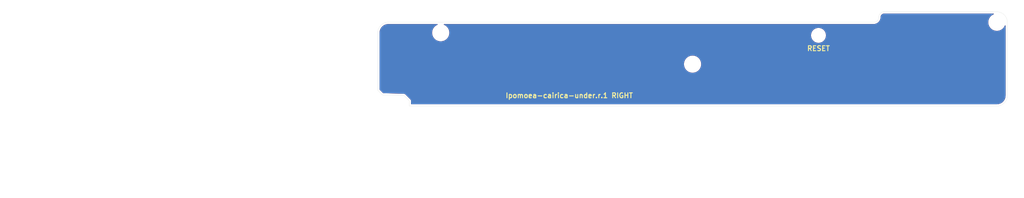
<source format=kicad_pcb>
(kicad_pcb (version 20171130) (host pcbnew "(5.1.5)-3")

  (general
    (thickness 1.6)
    (drawings 15)
    (tracks 0)
    (zones 0)
    (modules 5)
    (nets 1)
  )

  (page A4)
  (layers
    (0 F.Cu signal)
    (31 B.Cu signal)
    (32 B.Adhes user)
    (33 F.Adhes user)
    (34 B.Paste user)
    (35 F.Paste user)
    (36 B.SilkS user)
    (37 F.SilkS user)
    (38 B.Mask user)
    (39 F.Mask user)
    (40 Dwgs.User user)
    (41 Cmts.User user)
    (42 Eco1.User user)
    (43 Eco2.User user)
    (44 Edge.Cuts user)
    (45 Margin user)
    (46 B.CrtYd user)
    (47 F.CrtYd user)
    (48 B.Fab user)
    (49 F.Fab user)
  )

  (setup
    (last_trace_width 0.25)
    (trace_clearance 0.2)
    (zone_clearance 0.508)
    (zone_45_only no)
    (trace_min 0.2)
    (via_size 0.8)
    (via_drill 0.4)
    (via_min_size 0.4)
    (via_min_drill 0.3)
    (uvia_size 0.3)
    (uvia_drill 0.1)
    (uvias_allowed no)
    (uvia_min_size 0.2)
    (uvia_min_drill 0.1)
    (edge_width 0.05)
    (segment_width 0.2)
    (pcb_text_width 0.3)
    (pcb_text_size 1.5 1.5)
    (mod_edge_width 0.12)
    (mod_text_size 1 1)
    (mod_text_width 0.15)
    (pad_size 4.8 4.8)
    (pad_drill 4.8)
    (pad_to_mask_clearance 0.051)
    (solder_mask_min_width 0.25)
    (aux_axis_origin 0 0)
    (visible_elements 7FFFFFFF)
    (pcbplotparams
      (layerselection 0x010f0_ffffffff)
      (usegerberextensions true)
      (usegerberattributes false)
      (usegerberadvancedattributes false)
      (creategerberjobfile false)
      (excludeedgelayer true)
      (linewidth 0.100000)
      (plotframeref false)
      (viasonmask false)
      (mode 1)
      (useauxorigin false)
      (hpglpennumber 1)
      (hpglpenspeed 20)
      (hpglpendiameter 15.000000)
      (psnegative false)
      (psa4output false)
      (plotreference true)
      (plotvalue true)
      (plotinvisibletext false)
      (padsonsilk false)
      (subtractmaskfromsilk true)
      (outputformat 1)
      (mirror false)
      (drillshape 0)
      (scaleselection 1)
      (outputdirectory "../GERBER/Ipomoea-cairica-under_RIGHT"))
  )

  (net 0 "")

  (net_class Default "これはデフォルトのネット クラスです。"
    (clearance 0.2)
    (trace_width 0.25)
    (via_dia 0.8)
    (via_drill 0.4)
    (uvia_dia 0.3)
    (uvia_drill 0.1)
  )

  (module Ipomoea-cairica:M2_SCREW_HOLE_CL (layer F.Cu) (tedit 5E5669A5) (tstamp 5E530EF4)
    (at 222.25 31.75)
    (attr virtual)
    (fp_text reference M2_SPACER_HOLE_004 (at -0.95 -0.55) (layer F.Fab) hide
      (effects (font (size 1 1) (thickness 0.15)))
    )
    (fp_text value Val** (at 0 0.55) (layer F.Fab) hide
      (effects (font (size 1 1) (thickness 0.15)))
    )
    (pad "" np_thru_hole circle (at 0 0) (size 2.2 2.2) (drill 2.2) (layers *.Cu *.Mask)
      (clearance 1.5))
  )

  (module Ipomoea-cairica:M2_SCREW_HOLE_CL (layer F.Cu) (tedit 5E5669A5) (tstamp 5E52F9C9)
    (at 314.325 19.05)
    (attr virtual)
    (fp_text reference M2_SPACER_HOLE_011 (at -0.95 -0.55) (layer F.Fab) hide
      (effects (font (size 1 1) (thickness 0.15)))
    )
    (fp_text value Val** (at 0 0.55) (layer F.Fab) hide
      (effects (font (size 1 1) (thickness 0.15)))
    )
    (pad "" np_thru_hole circle (at 0 0) (size 2.2 2.2) (drill 2.2) (layers *.Cu *.Mask)
      (clearance 1.5))
  )

  (module Ipomoea-cairica:M2_SCREW_HOLE_CL (layer F.Cu) (tedit 5E5669A5) (tstamp 5E52F9C1)
    (at 146.05 22.225)
    (attr virtual)
    (fp_text reference M2_SPACER_HOLE_012 (at -0.95 -0.55) (layer F.Fab) hide
      (effects (font (size 1 1) (thickness 0.15)))
    )
    (fp_text value Val** (at 0 0.55) (layer F.Fab) hide
      (effects (font (size 1 1) (thickness 0.15)))
    )
    (pad "" np_thru_hole circle (at 0 0) (size 2.2 2.2) (drill 2.2) (layers *.Cu *.Mask)
      (clearance 1.5))
  )

  (module Ipomoea-cairica:CUT_HOLE_CENTER_UNDER_RIGHT (layer F.Cu) (tedit 5E5661CF) (tstamp 5E52B174)
    (at 141.2875 69.85)
    (fp_text reference CUT_HOLE_CENTER (at 0 1.5875) (layer Dwgs.User)
      (effects (font (size 1 1) (thickness 0.15)))
    )
    (fp_text value CUT_HOLE_CENTER_UNDER_RIGHT (at 0 -1.5875) (layer Dwgs.User)
      (effects (font (size 1 1) (thickness 0.15)))
    )
    (fp_line (start -12.9 -28.7745) (end -6.35 -28.575) (layer Edge.Cuts) (width 0.05))
    (fp_line (start -6.35 -28.575) (end -4.7625 -26.9875) (layer Edge.Cuts) (width 0.05))
    (fp_line (start -4.7625 -26.9875) (end -4.7625 -25.4) (layer Edge.Cuts) (width 0.05))
    (fp_line (start -14.2875 -47.625) (end -14.2875 -30.1625) (layer Edge.Cuts) (width 0.05))
    (fp_line (start -14.2875 -30.1625) (end -12.9 -28.7745) (layer Edge.Cuts) (width 0.05))
  )

  (module Ipomoea-cairica:ResetSW_1side_PUSH_HOLE (layer B.Cu) (tedit 5E5298B6) (tstamp 5E529683)
    (at 260.35 23.01875 180)
    (path /5E9D02A8)
    (fp_text reference SW_RST2 (at 0 -2.55) (layer Dwgs.User) hide
      (effects (font (size 1 1) (thickness 0.15)))
    )
    (fp_text value SW_PUSH (at 0 2.55) (layer B.Fab)
      (effects (font (size 1 1) (thickness 0.15)) (justify mirror))
    )
    (fp_circle (center -3.25 0) (end -2.25 0) (layer Dwgs.User) (width 0.12))
    (fp_circle (center 3.25 0) (end 4.25 0) (layer Dwgs.User) (width 0.12))
    (fp_text user RESET (at 0 0) (layer Dwgs.User)
      (effects (font (size 1 1) (thickness 0.15)))
    )
    (fp_line (start 3 1.75) (end 3 1.5) (layer Dwgs.User) (width 0.15))
    (fp_line (start -3 1.75) (end 3 1.75) (layer Dwgs.User) (width 0.15))
    (fp_line (start -3 1.75) (end -3 1.5) (layer Dwgs.User) (width 0.15))
    (fp_line (start -3 -1.75) (end -3 -1.5) (layer Dwgs.User) (width 0.15))
    (fp_line (start 3 -1.75) (end 3 -1.5) (layer Dwgs.User) (width 0.15))
    (fp_line (start -3 -1.75) (end 3 -1.75) (layer Dwgs.User) (width 0.15))
    (pad "" np_thru_hole circle (at 0 0 180) (size 3.5 3.5) (drill 3.5) (layers *.Cu *.Mask))
  )

  (dimension 28.575 (width 0.15) (layer Dwgs.User)
    (gr_text "28.575 mm" (at 321.18125 30.1625 270) (layer Dwgs.User)
      (effects (font (size 1 1) (thickness 0.15)))
    )
    (feature1 (pts (xy 317.5 44.45) (xy 320.467671 44.45)))
    (feature2 (pts (xy 317.5 15.875) (xy 320.467671 15.875)))
    (crossbar (pts (xy 319.88125 15.875) (xy 319.88125 44.45)))
    (arrow1a (pts (xy 319.88125 44.45) (xy 319.294829 43.323496)))
    (arrow1b (pts (xy 319.88125 44.45) (xy 320.467671 43.323496)))
    (arrow2a (pts (xy 319.88125 15.875) (xy 319.294829 17.001504)))
    (arrow2b (pts (xy 319.88125 15.875) (xy 320.467671 17.001504)))
  )
  (dimension 190.5 (width 0.15) (layer Dwgs.User)
    (gr_text "190.500 mm" (at 222.25 12.9875) (layer Dwgs.User)
      (effects (font (size 1 1) (thickness 0.15)))
    )
    (feature1 (pts (xy 317.5 15.875) (xy 317.5 13.701079)))
    (feature2 (pts (xy 127 15.875) (xy 127 13.701079)))
    (crossbar (pts (xy 127 14.2875) (xy 317.5 14.2875)))
    (arrow1a (pts (xy 317.5 14.2875) (xy 316.373496 14.873921)))
    (arrow1b (pts (xy 317.5 14.2875) (xy 316.373496 13.701079)))
    (arrow2a (pts (xy 127 14.2875) (xy 128.126504 14.873921)))
    (arrow2b (pts (xy 127 14.2875) (xy 128.126504 13.701079)))
  )
  (gr_line (start 314.325 44.45) (end 136.525 44.45) (layer Edge.Cuts) (width 0.05) (tstamp 5E5540DD))
  (gr_line (start 314.325 15.875) (end 280.19375 15.875) (layer Edge.Cuts) (width 0.05) (tstamp 5E553FCF))
  (gr_arc (start 280.19375 17.4625) (end 278.60625 17.4625) (angle 90) (layer Edge.Cuts) (width 0.05) (tstamp 5E553FCD))
  (gr_arc (start 314.325 19.05) (end 314.325 15.875) (angle 90) (layer Edge.Cuts) (width 0.05) (tstamp 5E553FCC))
  (gr_arc (start 277.01875 17.4625) (end 278.60625 17.4625) (angle 90) (layer Edge.Cuts) (width 0.05) (tstamp 5E553FCB))
  (gr_line (start 317.5 41.275) (end 317.5 19.05) (layer Edge.Cuts) (width 0.05) (tstamp 5E543072))
  (gr_arc (start 314.325 41.275) (end 314.325 44.45) (angle -90) (layer Edge.Cuts) (width 0.05) (tstamp 5E542458))
  (gr_text RESET (at 260.35 26.9875) (layer F.SilkS) (tstamp 5E538F0C)
    (effects (font (size 1.5 1.5) (thickness 0.3)))
  )
  (gr_text Ipomoea-cairica (at 184.94375 41.275) (layer B.Mask) (tstamp 5E538EB4)
    (effects (font (size 1.5 1.5) (thickness 0.3)) (justify mirror))
  )
  (gr_text "Ipomoea-cairica-under.r.1 RIGHT" (at 184.94375 41.275) (layer F.SilkS) (tstamp 5E538E70)
    (effects (font (size 1.5 1.5) (thickness 0.3)))
  )
  (gr_line (start 180.18125 19.05) (end 277.01875 19.05) (layer Edge.Cuts) (width 0.05) (tstamp 5E5407FA))
  (gr_arc (start 130.175 22.225) (end 130.175 19.05) (angle -90) (layer Edge.Cuts) (width 0.05) (tstamp 5E5346B3))
  (gr_line (start 130.175 19.05) (end 180.18125 19.05) (layer Edge.Cuts) (width 0.05) (tstamp 5E531695))

  (zone (net 0) (net_name "") (layer B.Cu) (tstamp 5E56BB11) (hatch edge 0.508)
    (connect_pads (clearance 0.508))
    (min_thickness 0.254)
    (fill yes (arc_segments 32) (thermal_gap 0.508) (thermal_bridge_width 0.508))
    (polygon
      (pts
        (xy 317.5 44.45) (xy 12.7 44.45) (xy 12.7 15.875) (xy 317.5 15.875)
      )
    )
    (filled_polygon
      (pts
        (xy 313.033281 16.633364) (xy 312.586639 16.931801) (xy 312.206801 17.311639) (xy 311.908364 17.758281) (xy 311.702797 18.254563)
        (xy 311.598 18.781414) (xy 311.598 19.318586) (xy 311.702797 19.845437) (xy 311.908364 20.341719) (xy 312.206801 20.788361)
        (xy 312.586639 21.168199) (xy 313.033281 21.466636) (xy 313.529563 21.672203) (xy 314.056414 21.777) (xy 314.593586 21.777)
        (xy 315.120437 21.672203) (xy 315.616719 21.466636) (xy 316.063361 21.168199) (xy 316.443199 20.788361) (xy 316.741636 20.341719)
        (xy 316.840001 20.104245) (xy 316.84 41.242722) (xy 316.788998 41.762883) (xy 316.647307 42.232186) (xy 316.417161 42.665028)
        (xy 316.107323 43.044927) (xy 315.7296 43.357406) (xy 315.298373 43.590569) (xy 314.830073 43.735532) (xy 314.311847 43.79)
        (xy 137.185 43.79) (xy 137.185 42.894908) (xy 137.188192 42.862499) (xy 137.185 42.83009) (xy 137.185 42.830081)
        (xy 137.17545 42.733117) (xy 137.13771 42.608707) (xy 137.105958 42.549302) (xy 137.076425 42.494049) (xy 137.014614 42.418733)
        (xy 137.014612 42.418731) (xy 136.993948 42.393552) (xy 136.96877 42.372889) (xy 135.434238 40.838358) (xy 135.420506 40.820546)
        (xy 135.388389 40.792509) (xy 135.381266 40.785386) (xy 135.363955 40.771179) (xy 135.322566 40.735048) (xy 135.313784 40.730005)
        (xy 135.30595 40.723575) (xy 135.257466 40.69766) (xy 135.209828 40.670301) (xy 135.200229 40.667067) (xy 135.191292 40.66229)
        (xy 135.138702 40.646337) (xy 135.086624 40.628791) (xy 135.076575 40.627491) (xy 135.066882 40.624551) (xy 135.012213 40.619167)
        (xy 134.989996 40.616293) (xy 134.979922 40.615986) (xy 134.9375 40.611808) (xy 134.915119 40.614012) (xy 128.669222 40.423775)
        (xy 127.66 39.41419) (xy 127.66 31.481414) (xy 219.523 31.481414) (xy 219.523 32.018586) (xy 219.627797 32.545437)
        (xy 219.833364 33.041719) (xy 220.131801 33.488361) (xy 220.511639 33.868199) (xy 220.958281 34.166636) (xy 221.454563 34.372203)
        (xy 221.981414 34.477) (xy 222.518586 34.477) (xy 223.045437 34.372203) (xy 223.541719 34.166636) (xy 223.988361 33.868199)
        (xy 224.368199 33.488361) (xy 224.666636 33.041719) (xy 224.872203 32.545437) (xy 224.977 32.018586) (xy 224.977 31.481414)
        (xy 224.872203 30.954563) (xy 224.666636 30.458281) (xy 224.368199 30.011639) (xy 223.988361 29.631801) (xy 223.541719 29.333364)
        (xy 223.045437 29.127797) (xy 222.518586 29.023) (xy 221.981414 29.023) (xy 221.454563 29.127797) (xy 220.958281 29.333364)
        (xy 220.511639 29.631801) (xy 220.131801 30.011639) (xy 219.833364 30.458281) (xy 219.627797 30.954563) (xy 219.523 31.481414)
        (xy 127.66 31.481414) (xy 127.66 22.257278) (xy 127.711002 21.737116) (xy 127.852694 21.267812) (xy 128.082837 20.834975)
        (xy 128.392678 20.455073) (xy 128.770397 20.142597) (xy 129.201627 19.909431) (xy 129.669928 19.764468) (xy 130.188153 19.71)
        (xy 144.995752 19.71) (xy 144.758281 19.808364) (xy 144.311639 20.106801) (xy 143.931801 20.486639) (xy 143.633364 20.933281)
        (xy 143.427797 21.429563) (xy 143.323 21.956414) (xy 143.323 22.493586) (xy 143.427797 23.020437) (xy 143.633364 23.516719)
        (xy 143.931801 23.963361) (xy 144.311639 24.343199) (xy 144.758281 24.641636) (xy 145.254563 24.847203) (xy 145.781414 24.952)
        (xy 146.318586 24.952) (xy 146.845437 24.847203) (xy 147.341719 24.641636) (xy 147.788361 24.343199) (xy 148.168199 23.963361)
        (xy 148.466636 23.516719) (xy 148.672203 23.020437) (xy 148.719263 22.783848) (xy 257.965 22.783848) (xy 257.965 23.253652)
        (xy 258.056654 23.714429) (xy 258.23644 24.148471) (xy 258.49745 24.539099) (xy 258.829651 24.8713) (xy 259.220279 25.13231)
        (xy 259.654321 25.312096) (xy 260.115098 25.40375) (xy 260.584902 25.40375) (xy 261.045679 25.312096) (xy 261.479721 25.13231)
        (xy 261.870349 24.8713) (xy 262.20255 24.539099) (xy 262.46356 24.148471) (xy 262.643346 23.714429) (xy 262.735 23.253652)
        (xy 262.735 22.783848) (xy 262.643346 22.323071) (xy 262.46356 21.889029) (xy 262.20255 21.498401) (xy 261.870349 21.1662)
        (xy 261.479721 20.90519) (xy 261.045679 20.725404) (xy 260.584902 20.63375) (xy 260.115098 20.63375) (xy 259.654321 20.725404)
        (xy 259.220279 20.90519) (xy 258.829651 21.1662) (xy 258.49745 21.498401) (xy 258.23644 21.889029) (xy 258.056654 22.323071)
        (xy 257.965 22.783848) (xy 148.719263 22.783848) (xy 148.777 22.493586) (xy 148.777 21.956414) (xy 148.672203 21.429563)
        (xy 148.466636 20.933281) (xy 148.168199 20.486639) (xy 147.788361 20.106801) (xy 147.341719 19.808364) (xy 147.104248 19.71)
        (xy 277.051169 19.71) (xy 277.079837 19.707176) (xy 277.089649 19.707245) (xy 277.098821 19.706346) (xy 277.406948 19.673961)
        (xy 277.465554 19.661931) (xy 277.524306 19.650724) (xy 277.533128 19.64806) (xy 277.829098 19.556442) (xy 277.884261 19.533254)
        (xy 277.939707 19.510852) (xy 277.947843 19.506526) (xy 278.220381 19.359165) (xy 278.269948 19.325732) (xy 278.320027 19.292961)
        (xy 278.327168 19.287136) (xy 278.565893 19.089646) (xy 278.608015 19.047228) (xy 278.650785 19.005346) (xy 278.656659 18.998245)
        (xy 278.852476 18.758147) (xy 278.885568 18.708339) (xy 278.919374 18.658967) (xy 278.923757 18.650861) (xy 279.069212 18.377301)
        (xy 279.092012 18.321983) (xy 279.115573 18.267012) (xy 279.118298 18.258209) (xy 279.207847 17.961608) (xy 279.219467 17.90292)
        (xy 279.231903 17.844417) (xy 279.232866 17.835252) (xy 279.2631 17.526905) (xy 279.2631 17.526904) (xy 279.287019 17.282962)
        (xy 279.33916 17.110263) (xy 279.423852 16.950982) (xy 279.537869 16.811181) (xy 279.676867 16.696192) (xy 279.835555 16.61039)
        (xy 280.007885 16.557045) (xy 280.21763 16.535) (xy 313.270752 16.535)
      )
    )
  )
  (zone (net 0) (net_name "") (layer F.Cu) (tstamp 5E56BB0E) (hatch edge 0.508)
    (connect_pads (clearance 0.508))
    (min_thickness 0.254)
    (fill yes (arc_segments 32) (thermal_gap 0.508) (thermal_bridge_width 0.508))
    (polygon
      (pts
        (xy 317.5 44.45) (xy 12.7 44.45) (xy 12.7 15.875) (xy 317.5 15.875)
      )
    )
    (filled_polygon
      (pts
        (xy 313.033281 16.633364) (xy 312.586639 16.931801) (xy 312.206801 17.311639) (xy 311.908364 17.758281) (xy 311.702797 18.254563)
        (xy 311.598 18.781414) (xy 311.598 19.318586) (xy 311.702797 19.845437) (xy 311.908364 20.341719) (xy 312.206801 20.788361)
        (xy 312.586639 21.168199) (xy 313.033281 21.466636) (xy 313.529563 21.672203) (xy 314.056414 21.777) (xy 314.593586 21.777)
        (xy 315.120437 21.672203) (xy 315.616719 21.466636) (xy 316.063361 21.168199) (xy 316.443199 20.788361) (xy 316.741636 20.341719)
        (xy 316.840001 20.104245) (xy 316.84 41.242722) (xy 316.788998 41.762883) (xy 316.647307 42.232186) (xy 316.417161 42.665028)
        (xy 316.107323 43.044927) (xy 315.7296 43.357406) (xy 315.298373 43.590569) (xy 314.830073 43.735532) (xy 314.311847 43.79)
        (xy 137.185 43.79) (xy 137.185 42.894908) (xy 137.188192 42.862499) (xy 137.185 42.83009) (xy 137.185 42.830081)
        (xy 137.17545 42.733117) (xy 137.13771 42.608707) (xy 137.105958 42.549302) (xy 137.076425 42.494049) (xy 137.014614 42.418733)
        (xy 137.014612 42.418731) (xy 136.993948 42.393552) (xy 136.96877 42.372889) (xy 135.434238 40.838358) (xy 135.420506 40.820546)
        (xy 135.388389 40.792509) (xy 135.381266 40.785386) (xy 135.363955 40.771179) (xy 135.322566 40.735048) (xy 135.313784 40.730005)
        (xy 135.30595 40.723575) (xy 135.257466 40.69766) (xy 135.209828 40.670301) (xy 135.200229 40.667067) (xy 135.191292 40.66229)
        (xy 135.138702 40.646337) (xy 135.086624 40.628791) (xy 135.076575 40.627491) (xy 135.066882 40.624551) (xy 135.012213 40.619167)
        (xy 134.989996 40.616293) (xy 134.979922 40.615986) (xy 134.9375 40.611808) (xy 134.915119 40.614012) (xy 128.669222 40.423775)
        (xy 127.66 39.41419) (xy 127.66 31.481414) (xy 219.523 31.481414) (xy 219.523 32.018586) (xy 219.627797 32.545437)
        (xy 219.833364 33.041719) (xy 220.131801 33.488361) (xy 220.511639 33.868199) (xy 220.958281 34.166636) (xy 221.454563 34.372203)
        (xy 221.981414 34.477) (xy 222.518586 34.477) (xy 223.045437 34.372203) (xy 223.541719 34.166636) (xy 223.988361 33.868199)
        (xy 224.368199 33.488361) (xy 224.666636 33.041719) (xy 224.872203 32.545437) (xy 224.977 32.018586) (xy 224.977 31.481414)
        (xy 224.872203 30.954563) (xy 224.666636 30.458281) (xy 224.368199 30.011639) (xy 223.988361 29.631801) (xy 223.541719 29.333364)
        (xy 223.045437 29.127797) (xy 222.518586 29.023) (xy 221.981414 29.023) (xy 221.454563 29.127797) (xy 220.958281 29.333364)
        (xy 220.511639 29.631801) (xy 220.131801 30.011639) (xy 219.833364 30.458281) (xy 219.627797 30.954563) (xy 219.523 31.481414)
        (xy 127.66 31.481414) (xy 127.66 22.257278) (xy 127.711002 21.737116) (xy 127.852694 21.267812) (xy 128.082837 20.834975)
        (xy 128.392678 20.455073) (xy 128.770397 20.142597) (xy 129.201627 19.909431) (xy 129.669928 19.764468) (xy 130.188153 19.71)
        (xy 144.995752 19.71) (xy 144.758281 19.808364) (xy 144.311639 20.106801) (xy 143.931801 20.486639) (xy 143.633364 20.933281)
        (xy 143.427797 21.429563) (xy 143.323 21.956414) (xy 143.323 22.493586) (xy 143.427797 23.020437) (xy 143.633364 23.516719)
        (xy 143.931801 23.963361) (xy 144.311639 24.343199) (xy 144.758281 24.641636) (xy 145.254563 24.847203) (xy 145.781414 24.952)
        (xy 146.318586 24.952) (xy 146.845437 24.847203) (xy 147.341719 24.641636) (xy 147.788361 24.343199) (xy 148.168199 23.963361)
        (xy 148.466636 23.516719) (xy 148.672203 23.020437) (xy 148.719263 22.783848) (xy 257.965 22.783848) (xy 257.965 23.253652)
        (xy 258.056654 23.714429) (xy 258.23644 24.148471) (xy 258.49745 24.539099) (xy 258.829651 24.8713) (xy 259.220279 25.13231)
        (xy 259.654321 25.312096) (xy 260.115098 25.40375) (xy 260.584902 25.40375) (xy 261.045679 25.312096) (xy 261.479721 25.13231)
        (xy 261.870349 24.8713) (xy 262.20255 24.539099) (xy 262.46356 24.148471) (xy 262.643346 23.714429) (xy 262.735 23.253652)
        (xy 262.735 22.783848) (xy 262.643346 22.323071) (xy 262.46356 21.889029) (xy 262.20255 21.498401) (xy 261.870349 21.1662)
        (xy 261.479721 20.90519) (xy 261.045679 20.725404) (xy 260.584902 20.63375) (xy 260.115098 20.63375) (xy 259.654321 20.725404)
        (xy 259.220279 20.90519) (xy 258.829651 21.1662) (xy 258.49745 21.498401) (xy 258.23644 21.889029) (xy 258.056654 22.323071)
        (xy 257.965 22.783848) (xy 148.719263 22.783848) (xy 148.777 22.493586) (xy 148.777 21.956414) (xy 148.672203 21.429563)
        (xy 148.466636 20.933281) (xy 148.168199 20.486639) (xy 147.788361 20.106801) (xy 147.341719 19.808364) (xy 147.104248 19.71)
        (xy 277.051169 19.71) (xy 277.079837 19.707176) (xy 277.089649 19.707245) (xy 277.098821 19.706346) (xy 277.406948 19.673961)
        (xy 277.465554 19.661931) (xy 277.524306 19.650724) (xy 277.533128 19.64806) (xy 277.829098 19.556442) (xy 277.884261 19.533254)
        (xy 277.939707 19.510852) (xy 277.947843 19.506526) (xy 278.220381 19.359165) (xy 278.269948 19.325732) (xy 278.320027 19.292961)
        (xy 278.327168 19.287136) (xy 278.565893 19.089646) (xy 278.608015 19.047228) (xy 278.650785 19.005346) (xy 278.656659 18.998245)
        (xy 278.852476 18.758147) (xy 278.885568 18.708339) (xy 278.919374 18.658967) (xy 278.923757 18.650861) (xy 279.069212 18.377301)
        (xy 279.092012 18.321983) (xy 279.115573 18.267012) (xy 279.118298 18.258209) (xy 279.207847 17.961608) (xy 279.219467 17.90292)
        (xy 279.231903 17.844417) (xy 279.232866 17.835252) (xy 279.2631 17.526905) (xy 279.2631 17.526904) (xy 279.287019 17.282962)
        (xy 279.33916 17.110263) (xy 279.423852 16.950982) (xy 279.537869 16.811181) (xy 279.676867 16.696192) (xy 279.835555 16.61039)
        (xy 280.007885 16.557045) (xy 280.21763 16.535) (xy 313.270752 16.535)
      )
    )
  )
)

</source>
